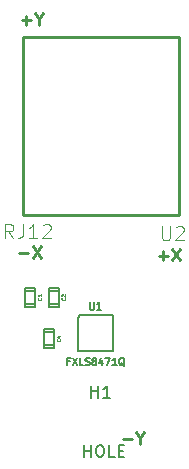
<source format=gto>
G04 (created by PCBNEW (2013-07-07 BZR 4022)-stable) date 8/8/2014 4:44:39 PM*
%MOIN*%
G04 Gerber Fmt 3.4, Leading zero omitted, Abs format*
%FSLAX34Y34*%
G01*
G70*
G90*
G04 APERTURE LIST*
%ADD10C,0.00590551*%
%ADD11C,0.00984252*%
%ADD12C,0.005*%
%ADD13C,0.01*%
%ADD14C,0.0059*%
%ADD15C,0.0019685*%
%ADD16C,0.0039*%
G04 APERTURE END LIST*
G54D10*
G54D11*
X22477Y-22155D02*
X22777Y-22155D01*
X22927Y-21911D02*
X23189Y-22305D01*
X23189Y-21911D02*
X22927Y-22305D01*
X25941Y-28355D02*
X26241Y-28355D01*
X26503Y-28318D02*
X26503Y-28505D01*
X26372Y-28112D02*
X26503Y-28318D01*
X26634Y-28112D01*
X27123Y-22233D02*
X27423Y-22233D01*
X27273Y-22383D02*
X27273Y-22083D01*
X27573Y-21990D02*
X27835Y-22383D01*
X27835Y-21990D02*
X27573Y-22383D01*
X22555Y-14379D02*
X22855Y-14379D01*
X22705Y-14529D02*
X22705Y-14229D01*
X23117Y-14341D02*
X23117Y-14529D01*
X22986Y-14135D02*
X23117Y-14341D01*
X23248Y-14135D01*
G54D12*
X22674Y-23842D02*
X22994Y-23842D01*
X22984Y-23402D02*
X22674Y-23402D01*
X22994Y-23302D02*
X22994Y-23942D01*
X22994Y-23942D02*
X22674Y-23942D01*
X22674Y-23942D02*
X22674Y-23302D01*
X22674Y-23302D02*
X22994Y-23302D01*
X23462Y-23842D02*
X23782Y-23842D01*
X23772Y-23402D02*
X23462Y-23402D01*
X23782Y-23302D02*
X23782Y-23942D01*
X23782Y-23942D02*
X23462Y-23942D01*
X23462Y-23942D02*
X23462Y-23302D01*
X23462Y-23302D02*
X23782Y-23302D01*
X23304Y-25220D02*
X23624Y-25220D01*
X23614Y-24780D02*
X23304Y-24780D01*
X23624Y-24680D02*
X23624Y-25320D01*
X23624Y-25320D02*
X23304Y-25320D01*
X23304Y-25320D02*
X23304Y-24680D01*
X23304Y-24680D02*
X23624Y-24680D01*
G54D13*
X22596Y-14944D02*
X27797Y-14944D01*
X27797Y-14944D02*
X27797Y-20881D01*
X27797Y-20881D02*
X22596Y-20881D01*
X22596Y-20881D02*
X22596Y-14944D01*
G54D14*
X24498Y-24212D02*
X25600Y-24212D01*
X24419Y-24291D02*
X24419Y-25393D01*
X24498Y-24212D02*
X24419Y-24291D01*
X25600Y-25393D02*
X24419Y-25393D01*
X25600Y-24212D02*
X25600Y-25393D01*
G54D15*
X23197Y-23633D02*
X23203Y-23639D01*
X23209Y-23656D01*
X23209Y-23667D01*
X23203Y-23684D01*
X23192Y-23695D01*
X23181Y-23701D01*
X23158Y-23706D01*
X23141Y-23706D01*
X23119Y-23701D01*
X23107Y-23695D01*
X23096Y-23684D01*
X23091Y-23667D01*
X23091Y-23656D01*
X23096Y-23639D01*
X23102Y-23633D01*
X23209Y-23521D02*
X23209Y-23588D01*
X23209Y-23555D02*
X23091Y-23555D01*
X23107Y-23566D01*
X23119Y-23577D01*
X23124Y-23588D01*
X23985Y-23633D02*
X23991Y-23639D01*
X23996Y-23656D01*
X23996Y-23667D01*
X23991Y-23684D01*
X23979Y-23695D01*
X23968Y-23701D01*
X23946Y-23706D01*
X23929Y-23706D01*
X23906Y-23701D01*
X23895Y-23695D01*
X23884Y-23684D01*
X23878Y-23667D01*
X23878Y-23656D01*
X23884Y-23639D01*
X23889Y-23633D01*
X23889Y-23588D02*
X23884Y-23583D01*
X23878Y-23571D01*
X23878Y-23543D01*
X23884Y-23532D01*
X23889Y-23526D01*
X23901Y-23521D01*
X23912Y-23521D01*
X23929Y-23526D01*
X23996Y-23594D01*
X23996Y-23521D01*
X23827Y-25011D02*
X23833Y-25017D01*
X23839Y-25034D01*
X23839Y-25045D01*
X23833Y-25062D01*
X23822Y-25073D01*
X23811Y-25079D01*
X23788Y-25084D01*
X23771Y-25084D01*
X23749Y-25079D01*
X23737Y-25073D01*
X23726Y-25062D01*
X23721Y-25045D01*
X23721Y-25034D01*
X23726Y-25017D01*
X23732Y-25011D01*
X23760Y-24910D02*
X23839Y-24910D01*
X23715Y-24938D02*
X23799Y-24966D01*
X23799Y-24893D01*
G54D16*
X27222Y-21242D02*
X27222Y-21624D01*
X27245Y-21669D01*
X27267Y-21692D01*
X27312Y-21714D01*
X27402Y-21714D01*
X27447Y-21692D01*
X27470Y-21669D01*
X27492Y-21624D01*
X27492Y-21242D01*
X27695Y-21287D02*
X27717Y-21264D01*
X27762Y-21242D01*
X27875Y-21242D01*
X27920Y-21264D01*
X27942Y-21287D01*
X27965Y-21332D01*
X27965Y-21377D01*
X27942Y-21444D01*
X27672Y-21714D01*
X27965Y-21714D01*
X22268Y-21643D02*
X22110Y-21419D01*
X21998Y-21643D02*
X21998Y-21171D01*
X22178Y-21171D01*
X22223Y-21194D01*
X22245Y-21216D01*
X22268Y-21261D01*
X22268Y-21329D01*
X22245Y-21374D01*
X22223Y-21396D01*
X22178Y-21419D01*
X21998Y-21419D01*
X22605Y-21171D02*
X22605Y-21508D01*
X22583Y-21576D01*
X22538Y-21621D01*
X22470Y-21643D01*
X22425Y-21643D01*
X23078Y-21643D02*
X22808Y-21643D01*
X22943Y-21643D02*
X22943Y-21171D01*
X22898Y-21239D01*
X22853Y-21284D01*
X22808Y-21306D01*
X23258Y-21216D02*
X23280Y-21194D01*
X23325Y-21171D01*
X23438Y-21171D01*
X23483Y-21194D01*
X23505Y-21216D01*
X23528Y-21261D01*
X23528Y-21306D01*
X23505Y-21374D01*
X23235Y-21643D01*
X23528Y-21643D01*
G54D10*
X24877Y-26960D02*
X24877Y-26566D01*
X24877Y-26754D02*
X25102Y-26754D01*
X25102Y-26960D02*
X25102Y-26566D01*
X25495Y-26960D02*
X25270Y-26960D01*
X25383Y-26960D02*
X25383Y-26566D01*
X25345Y-26623D01*
X25308Y-26660D01*
X25270Y-26679D01*
X24639Y-28938D02*
X24639Y-28545D01*
X24639Y-28732D02*
X24864Y-28732D01*
X24864Y-28938D02*
X24864Y-28545D01*
X25126Y-28545D02*
X25201Y-28545D01*
X25239Y-28563D01*
X25276Y-28601D01*
X25295Y-28676D01*
X25295Y-28807D01*
X25276Y-28882D01*
X25239Y-28920D01*
X25201Y-28938D01*
X25126Y-28938D01*
X25089Y-28920D01*
X25051Y-28882D01*
X25032Y-28807D01*
X25032Y-28676D01*
X25051Y-28601D01*
X25089Y-28563D01*
X25126Y-28545D01*
X25651Y-28938D02*
X25464Y-28938D01*
X25464Y-28545D01*
X25782Y-28732D02*
X25913Y-28732D01*
X25970Y-28938D02*
X25782Y-28938D01*
X25782Y-28545D01*
X25970Y-28545D01*
X24829Y-23788D02*
X24829Y-23979D01*
X24841Y-24002D01*
X24852Y-24013D01*
X24874Y-24024D01*
X24919Y-24024D01*
X24942Y-24013D01*
X24953Y-24002D01*
X24964Y-23979D01*
X24964Y-23788D01*
X25201Y-24024D02*
X25066Y-24024D01*
X25133Y-24024D02*
X25133Y-23788D01*
X25111Y-23822D01*
X25088Y-23844D01*
X25066Y-23856D01*
X24149Y-25755D02*
X24070Y-25755D01*
X24070Y-25879D02*
X24070Y-25642D01*
X24183Y-25642D01*
X24250Y-25642D02*
X24408Y-25879D01*
X24408Y-25642D02*
X24250Y-25879D01*
X24610Y-25879D02*
X24498Y-25879D01*
X24498Y-25642D01*
X24678Y-25867D02*
X24711Y-25879D01*
X24767Y-25879D01*
X24790Y-25867D01*
X24801Y-25856D01*
X24812Y-25834D01*
X24812Y-25811D01*
X24801Y-25789D01*
X24790Y-25777D01*
X24767Y-25766D01*
X24723Y-25755D01*
X24700Y-25744D01*
X24689Y-25732D01*
X24678Y-25710D01*
X24678Y-25687D01*
X24689Y-25665D01*
X24700Y-25654D01*
X24723Y-25642D01*
X24779Y-25642D01*
X24812Y-25654D01*
X24947Y-25744D02*
X24925Y-25732D01*
X24914Y-25721D01*
X24902Y-25699D01*
X24902Y-25687D01*
X24914Y-25665D01*
X24925Y-25654D01*
X24947Y-25642D01*
X24992Y-25642D01*
X25015Y-25654D01*
X25026Y-25665D01*
X25037Y-25687D01*
X25037Y-25699D01*
X25026Y-25721D01*
X25015Y-25732D01*
X24992Y-25744D01*
X24947Y-25744D01*
X24925Y-25755D01*
X24914Y-25766D01*
X24902Y-25789D01*
X24902Y-25834D01*
X24914Y-25856D01*
X24925Y-25867D01*
X24947Y-25879D01*
X24992Y-25879D01*
X25015Y-25867D01*
X25026Y-25856D01*
X25037Y-25834D01*
X25037Y-25789D01*
X25026Y-25766D01*
X25015Y-25755D01*
X24992Y-25744D01*
X25240Y-25721D02*
X25240Y-25879D01*
X25184Y-25631D02*
X25127Y-25800D01*
X25274Y-25800D01*
X25341Y-25642D02*
X25499Y-25642D01*
X25397Y-25879D01*
X25712Y-25879D02*
X25577Y-25879D01*
X25645Y-25879D02*
X25645Y-25642D01*
X25622Y-25676D01*
X25600Y-25699D01*
X25577Y-25710D01*
X25971Y-25901D02*
X25949Y-25890D01*
X25926Y-25867D01*
X25892Y-25834D01*
X25870Y-25822D01*
X25847Y-25822D01*
X25859Y-25879D02*
X25836Y-25867D01*
X25814Y-25845D01*
X25802Y-25800D01*
X25802Y-25721D01*
X25814Y-25676D01*
X25836Y-25654D01*
X25859Y-25642D01*
X25904Y-25642D01*
X25926Y-25654D01*
X25949Y-25676D01*
X25960Y-25721D01*
X25960Y-25800D01*
X25949Y-25845D01*
X25926Y-25867D01*
X25904Y-25879D01*
X25859Y-25879D01*
M02*

</source>
